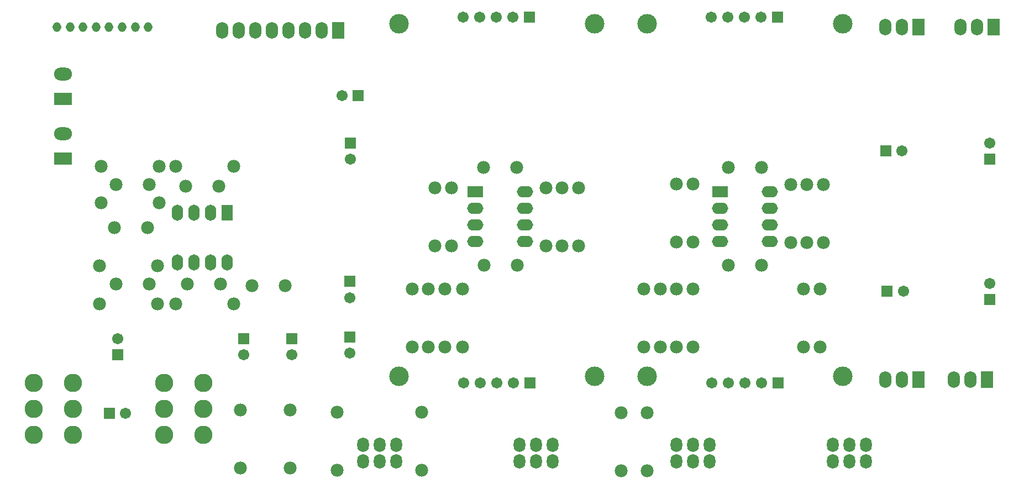
<source format=gbs>
G04 Layer_Color=16711935*
%FSLAX44Y44*%
%MOMM*%
G71*
G01*
G75*
%ADD38O,1.3020X1.5020*%
%ADD39C,1.9812*%
%ADD40C,1.7032*%
%ADD41R,1.7032X1.7032*%
%ADD42R,1.7032X1.7032*%
%ADD43O,2.4892X1.7272*%
%ADD44R,2.4892X1.7272*%
%ADD45C,3.0020*%
%ADD46O,1.8032X2.2352*%
%ADD47C,2.8032*%
%ADD48O,1.7272X2.4892*%
%ADD49R,1.7272X2.4892*%
%ADD50R,2.7432X1.9812*%
%ADD51O,2.7432X1.9812*%
%ADD52R,1.9032X2.5032*%
%ADD53O,1.9032X2.5032*%
D38*
X-354180Y665480D02*
D03*
X-374180D02*
D03*
X-394180D02*
D03*
X-414180D02*
D03*
X-434180D02*
D03*
X-454180D02*
D03*
X-474180D02*
D03*
X-494180D02*
D03*
D39*
X159600Y450000D02*
D03*
X210400D02*
D03*
X255000Y330000D02*
D03*
Y418900D02*
D03*
X305000D02*
D03*
Y330000D02*
D03*
X280000Y418900D02*
D03*
Y330000D02*
D03*
X65000Y75000D02*
D03*
Y-13900D02*
D03*
X-65000D02*
D03*
Y75000D02*
D03*
X630000Y335000D02*
D03*
Y423900D02*
D03*
X680000D02*
D03*
Y335000D02*
D03*
X655000Y423900D02*
D03*
Y335000D02*
D03*
X160000Y300000D02*
D03*
X210800D02*
D03*
X585400Y450000D02*
D03*
X534600D02*
D03*
X100000Y263900D02*
D03*
Y175000D02*
D03*
X127000Y264160D02*
D03*
Y175260D02*
D03*
X85000Y418900D02*
D03*
Y330000D02*
D03*
X75000Y263900D02*
D03*
Y175000D02*
D03*
X410000Y73900D02*
D03*
Y-15000D02*
D03*
X110000Y418900D02*
D03*
Y330000D02*
D03*
X50000Y263900D02*
D03*
Y175000D02*
D03*
X455000Y263900D02*
D03*
Y175000D02*
D03*
X370000Y73900D02*
D03*
Y-15000D02*
D03*
X405000Y263900D02*
D03*
Y175000D02*
D03*
X455000Y425000D02*
D03*
Y336100D02*
D03*
X480000Y263900D02*
D03*
Y175000D02*
D03*
X430000Y263900D02*
D03*
Y175000D02*
D03*
X480000Y425000D02*
D03*
Y336100D02*
D03*
X675000Y263900D02*
D03*
Y175000D02*
D03*
X650000Y263900D02*
D03*
Y175000D02*
D03*
X534600Y300000D02*
D03*
X585400D02*
D03*
X-213360Y-10160D02*
D03*
Y78740D02*
D03*
X-137160Y-10160D02*
D03*
Y78740D02*
D03*
X-403860Y271780D02*
D03*
X-353060D02*
D03*
X-429260Y299720D02*
D03*
X-340360D02*
D03*
X-429260Y241300D02*
D03*
X-340360D02*
D03*
X-223520D02*
D03*
X-312420D02*
D03*
X-243840Y271780D02*
D03*
X-294640D02*
D03*
X-403860Y424180D02*
D03*
X-353060D02*
D03*
X-426720Y396240D02*
D03*
X-337820D02*
D03*
X-355600Y358140D02*
D03*
X-406400D02*
D03*
X-426720Y452120D02*
D03*
X-337820D02*
D03*
X-223520D02*
D03*
X-312420D02*
D03*
X-195580Y269240D02*
D03*
X-144780D02*
D03*
X-246380Y421640D02*
D03*
X-297180D02*
D03*
D40*
X-45000Y462500D02*
D03*
X-45127Y250482D02*
D03*
X802500Y260000D02*
D03*
X-45127Y165482D02*
D03*
X-57500Y560000D02*
D03*
X800482Y475127D02*
D03*
X128400Y680000D02*
D03*
X153800D02*
D03*
X179200D02*
D03*
X204600D02*
D03*
X128860Y119558D02*
D03*
X154260D02*
D03*
X179660D02*
D03*
X205060D02*
D03*
X585060D02*
D03*
X559660D02*
D03*
X534260D02*
D03*
X508860D02*
D03*
X584600Y680000D02*
D03*
X559200D02*
D03*
X533800D02*
D03*
X508400D02*
D03*
X935000Y487500D02*
D03*
Y272500D02*
D03*
X-388820Y73660D02*
D03*
X-208280Y162760D02*
D03*
X-401320Y187760D02*
D03*
X-134620Y162760D02*
D03*
D41*
X-45000Y487500D02*
D03*
X-45127Y275482D02*
D03*
Y190482D02*
D03*
X935000Y462500D02*
D03*
Y247500D02*
D03*
X-208280Y187760D02*
D03*
X-401320Y162760D02*
D03*
X-134620Y187760D02*
D03*
D42*
X777500Y260000D02*
D03*
X-32500Y560000D02*
D03*
X775482Y475127D02*
D03*
X230460Y119558D02*
D03*
X230000Y680000D02*
D03*
X610000D02*
D03*
X610460Y119558D02*
D03*
X-413820Y73660D02*
D03*
D43*
X223100Y336900D02*
D03*
Y362300D02*
D03*
Y387700D02*
D03*
Y413100D02*
D03*
X146900Y336900D02*
D03*
Y362300D02*
D03*
Y387700D02*
D03*
X598100Y336900D02*
D03*
Y362300D02*
D03*
Y387700D02*
D03*
Y413100D02*
D03*
X521900Y336900D02*
D03*
Y362300D02*
D03*
Y387700D02*
D03*
D44*
X146900Y413100D02*
D03*
X521900D02*
D03*
D45*
X330000Y670000D02*
D03*
X30000D02*
D03*
Y130000D02*
D03*
X330000D02*
D03*
X710000D02*
D03*
X410000D02*
D03*
Y670000D02*
D03*
X710000D02*
D03*
D46*
X265400Y25400D02*
D03*
X240000D02*
D03*
X214600D02*
D03*
X265400Y0D02*
D03*
X240000D02*
D03*
X214600D02*
D03*
X454600D02*
D03*
X480000D02*
D03*
X505400D02*
D03*
X454600Y25400D02*
D03*
X480000D02*
D03*
X505400D02*
D03*
X745400D02*
D03*
X720000D02*
D03*
X694600D02*
D03*
X745400Y0D02*
D03*
X720000D02*
D03*
X694600D02*
D03*
X-25400D02*
D03*
X0D02*
D03*
X25400D02*
D03*
X-25400Y25400D02*
D03*
X0D02*
D03*
X25400D02*
D03*
D47*
X-470000Y120000D02*
D03*
Y80000D02*
D03*
Y40000D02*
D03*
X-530000Y120000D02*
D03*
Y80000D02*
D03*
Y40000D02*
D03*
X-330000D02*
D03*
Y80000D02*
D03*
Y120000D02*
D03*
X-270000Y40000D02*
D03*
Y80000D02*
D03*
Y120000D02*
D03*
D48*
X-309880Y304800D02*
D03*
X-284480D02*
D03*
X-259080D02*
D03*
X-233680D02*
D03*
X-309880Y381000D02*
D03*
X-284480D02*
D03*
X-259080D02*
D03*
D49*
X-233680D02*
D03*
D50*
X-485140Y554990D02*
D03*
Y463550D02*
D03*
D51*
Y593090D02*
D03*
Y501650D02*
D03*
D52*
X-63500Y660400D02*
D03*
X930400Y125000D02*
D03*
X825800D02*
D03*
X825400Y665000D02*
D03*
X940800D02*
D03*
D53*
X-88900Y660400D02*
D03*
X-114300D02*
D03*
X-139700D02*
D03*
X-165100D02*
D03*
X-190500D02*
D03*
X-215900D02*
D03*
X-241300D02*
D03*
X905000Y125000D02*
D03*
X879600D02*
D03*
X775000D02*
D03*
X800400D02*
D03*
X800000Y665000D02*
D03*
X774600D02*
D03*
X890000D02*
D03*
X915400D02*
D03*
M02*

</source>
